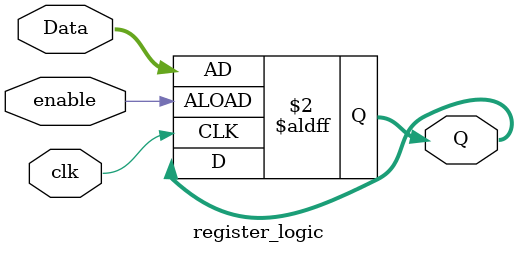
<source format=v>
`timescale 1ns / 1ps

module register_logic(
    input clk,
    input enable,
    input [4:0] Data,
    output reg [4:0] Q
    );
    
    always @(posedge clk or posedge enable) begin
        if(enable)
        begin
            Q[0] = Data[0];
            Q[1] = Data[1];
            Q[2] = Data[2];
            Q[3] = Data[3];
            Q[4] = Data[4];
        end
    end
    
endmodule

</source>
